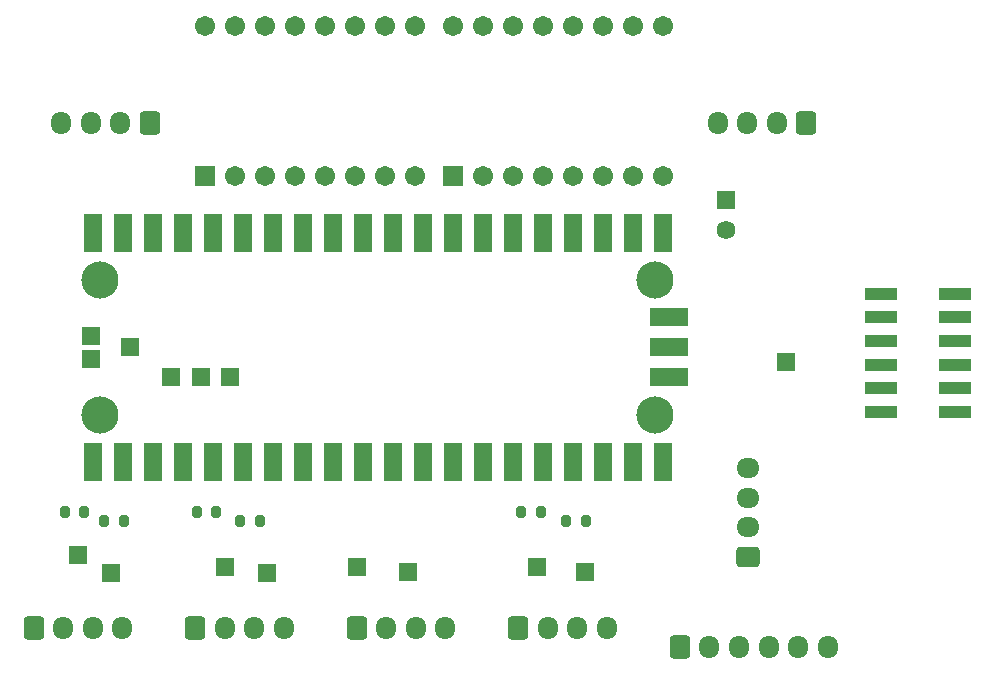
<source format=gbr>
%TF.GenerationSoftware,KiCad,Pcbnew,7.0.8*%
%TF.CreationDate,2024-06-04T12:59:23+12:00*%
%TF.ProjectId,FYP_P2_1,4659505f-5032-45f3-912e-6b696361645f,rev?*%
%TF.SameCoordinates,Original*%
%TF.FileFunction,Soldermask,Top*%
%TF.FilePolarity,Negative*%
%FSLAX46Y46*%
G04 Gerber Fmt 4.6, Leading zero omitted, Abs format (unit mm)*
G04 Created by KiCad (PCBNEW 7.0.8) date 2024-06-04 12:59:23*
%MOMM*%
%LPD*%
G01*
G04 APERTURE LIST*
G04 Aperture macros list*
%AMRoundRect*
0 Rectangle with rounded corners*
0 $1 Rounding radius*
0 $2 $3 $4 $5 $6 $7 $8 $9 X,Y pos of 4 corners*
0 Add a 4 corners polygon primitive as box body*
4,1,4,$2,$3,$4,$5,$6,$7,$8,$9,$2,$3,0*
0 Add four circle primitives for the rounded corners*
1,1,$1+$1,$2,$3*
1,1,$1+$1,$4,$5*
1,1,$1+$1,$6,$7*
1,1,$1+$1,$8,$9*
0 Add four rect primitives between the rounded corners*
20,1,$1+$1,$2,$3,$4,$5,0*
20,1,$1+$1,$4,$5,$6,$7,0*
20,1,$1+$1,$6,$7,$8,$9,0*
20,1,$1+$1,$8,$9,$2,$3,0*%
G04 Aperture macros list end*
%ADD10RoundRect,0.250000X-0.600000X-0.725000X0.600000X-0.725000X0.600000X0.725000X-0.600000X0.725000X0*%
%ADD11O,1.700000X1.950000*%
%ADD12RoundRect,0.200000X0.200000X0.275000X-0.200000X0.275000X-0.200000X-0.275000X0.200000X-0.275000X0*%
%ADD13R,1.500000X1.500000*%
%ADD14R,1.600000X3.200000*%
%ADD15R,3.200000X1.600000*%
%ADD16C,3.150000*%
%ADD17R,2.750000X1.000000*%
%ADD18R,1.590000X1.590000*%
%ADD19C,1.590000*%
%ADD20RoundRect,0.102000X0.754000X-0.754000X0.754000X0.754000X-0.754000X0.754000X-0.754000X-0.754000X0*%
%ADD21C,1.712000*%
%ADD22RoundRect,0.250000X0.725000X-0.600000X0.725000X0.600000X-0.725000X0.600000X-0.725000X-0.600000X0*%
%ADD23O,1.950000X1.700000*%
%ADD24RoundRect,0.250000X0.600000X0.725000X-0.600000X0.725000X-0.600000X-0.725000X0.600000X-0.725000X0*%
G04 APERTURE END LIST*
D10*
%TO.C,J6*%
X121980000Y-105552000D03*
D11*
X124480000Y-105552000D03*
X126980000Y-105552000D03*
X129480000Y-105552000D03*
%TD*%
D12*
%TO.C,R3*%
X137414000Y-95758000D03*
X135764000Y-95758000D03*
%TD*%
D10*
%TO.C,J2*%
X163012500Y-105570000D03*
D11*
X165512500Y-105570000D03*
X168012500Y-105570000D03*
X170512500Y-105570000D03*
%TD*%
D10*
%TO.C,J1*%
X149335000Y-105516000D03*
D11*
X151835000Y-105516000D03*
X154335000Y-105516000D03*
X156835000Y-105516000D03*
%TD*%
D13*
%TO.C,TP7*%
X153670000Y-100838000D03*
%TD*%
D14*
%TO.C,U1*%
X126970000Y-91478000D03*
X129510000Y-91478000D03*
X132050000Y-91478000D03*
X134590000Y-91478000D03*
X137130000Y-91478000D03*
X139670000Y-91478000D03*
X142210000Y-91478000D03*
X144750000Y-91478000D03*
X147290000Y-91478000D03*
X149830000Y-91478000D03*
X152370000Y-91478000D03*
X154910000Y-91478000D03*
X157450000Y-91478000D03*
X159990000Y-91478000D03*
X162530000Y-91478000D03*
X165070000Y-91478000D03*
X167610000Y-91478000D03*
X170150000Y-91478000D03*
X172690000Y-91478000D03*
X175230000Y-91478000D03*
X175230000Y-72098000D03*
X172690000Y-72098000D03*
X170150000Y-72098000D03*
X167610000Y-72098000D03*
X165070000Y-72098000D03*
X162530000Y-72098000D03*
X159990000Y-72098000D03*
X157450000Y-72098000D03*
X154910000Y-72098000D03*
X152370000Y-72098000D03*
X149830000Y-72098000D03*
X147290000Y-72098000D03*
X144750000Y-72098000D03*
X142210000Y-72098000D03*
X139670000Y-72098000D03*
X137130000Y-72098000D03*
X134590000Y-72098000D03*
X132050000Y-72098000D03*
X129510000Y-72098000D03*
X126970000Y-72098000D03*
D15*
X175800000Y-84328000D03*
X175800000Y-81788000D03*
X175800000Y-79248000D03*
D16*
X127600000Y-87488000D03*
X127600000Y-76088000D03*
X174600000Y-87488000D03*
X174600000Y-76088000D03*
D13*
X130100000Y-81788000D03*
X126800000Y-80788000D03*
X126800000Y-82788000D03*
X133600000Y-84288000D03*
X136100000Y-84288000D03*
X138600000Y-84288000D03*
%TD*%
%TO.C,TP5*%
X164626808Y-100376000D03*
%TD*%
D17*
%TO.C,J7*%
X193750000Y-87250000D03*
X200000000Y-87250000D03*
X193750000Y-85250000D03*
X200000000Y-85250000D03*
X193750000Y-83250000D03*
X200000000Y-83250000D03*
X193750000Y-81250000D03*
X200000000Y-81250000D03*
X193750000Y-79250000D03*
X200000000Y-79250000D03*
X193750000Y-77250000D03*
X200000000Y-77250000D03*
%TD*%
D18*
%TO.C,J9*%
X180605001Y-69348350D03*
D19*
X180605001Y-71888350D03*
%TD*%
D12*
%TO.C,R2*%
X168719000Y-96499000D03*
X167069000Y-96499000D03*
%TD*%
D10*
%TO.C,J8*%
X176690000Y-107188000D03*
D11*
X179190000Y-107188000D03*
X181690000Y-107188000D03*
X184190000Y-107188000D03*
X186690000Y-107188000D03*
X189190000Y-107188000D03*
%TD*%
D13*
%TO.C,TP4*%
X128524000Y-100850000D03*
%TD*%
D20*
%TO.C,TMC1*%
X136444666Y-67310000D03*
D21*
X138984666Y-67310000D03*
X141524666Y-67310000D03*
X144064666Y-67310000D03*
X146604666Y-67310000D03*
X149144666Y-67310000D03*
X151684666Y-67310000D03*
X154224666Y-67310000D03*
X136444666Y-54610000D03*
X138984666Y-54610000D03*
X141524666Y-54610000D03*
X144064666Y-54610000D03*
X146604666Y-54610000D03*
X149144666Y-54610000D03*
X151684666Y-54610000D03*
X154224666Y-54610000D03*
%TD*%
D12*
%TO.C,R6*%
X129603000Y-96499000D03*
X127953000Y-96499000D03*
%TD*%
%TO.C,R1*%
X164909000Y-95758000D03*
X163259000Y-95758000D03*
%TD*%
D22*
%TO.C,J10*%
X182478000Y-99500000D03*
D23*
X182478000Y-97000000D03*
X182478000Y-94500000D03*
X182478000Y-92000000D03*
%TD*%
D12*
%TO.C,R4*%
X126238000Y-95758000D03*
X124588000Y-95758000D03*
%TD*%
D13*
%TO.C,TP6*%
X168656000Y-100838000D03*
%TD*%
%TO.C,TP3*%
X125730000Y-99326000D03*
%TD*%
%TO.C,TP2*%
X141732000Y-100850000D03*
%TD*%
%TO.C,TP8*%
X149352000Y-100376000D03*
%TD*%
%TO.C,GND*%
X185674000Y-83058000D03*
%TD*%
D24*
%TO.C,J4*%
X131786000Y-62790000D03*
D11*
X129286000Y-62790000D03*
X126786000Y-62790000D03*
X124286000Y-62790000D03*
%TD*%
D24*
%TO.C,J3*%
X187392000Y-62790000D03*
D11*
X184892000Y-62790000D03*
X182392000Y-62790000D03*
X179892000Y-62790000D03*
%TD*%
D13*
%TO.C,TP1*%
X138176000Y-100376000D03*
%TD*%
D10*
%TO.C,J5*%
X135657500Y-105534000D03*
D11*
X138157500Y-105534000D03*
X140657500Y-105534000D03*
X143157500Y-105534000D03*
%TD*%
D12*
%TO.C,R5*%
X141096000Y-96499000D03*
X139446000Y-96499000D03*
%TD*%
D21*
%TO.C,TMC2*%
X175233332Y-54610000D03*
X172693332Y-54610000D03*
X170153332Y-54610000D03*
X167613332Y-54610000D03*
X165073332Y-54610000D03*
X162533332Y-54610000D03*
X159993332Y-54610000D03*
X157453332Y-54610000D03*
X175233332Y-67310000D03*
X172693332Y-67310000D03*
X170153332Y-67310000D03*
X167613332Y-67310000D03*
X165073332Y-67310000D03*
X162533332Y-67310000D03*
X159993332Y-67310000D03*
D20*
X157453332Y-67310000D03*
%TD*%
M02*

</source>
